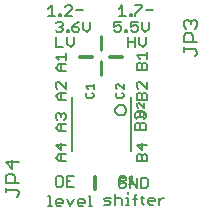
<source format=gbr>
G04 EAGLE Gerber RS-274X export*
G75*
%MOMM*%
%FSLAX34Y34*%
%LPD*%
%INSilkscreen Top*%
%IPPOS*%
%AMOC8*
5,1,8,0,0,1.08239X$1,22.5*%
G01*
%ADD10C,0.127000*%
%ADD11C,0.254000*%
%ADD12C,0.304800*%
%ADD13C,0.152400*%
%ADD14C,0.203200*%


D10*
X29214Y29853D02*
X26248Y29853D01*
X24765Y28370D01*
X24765Y22438D01*
X26248Y20955D01*
X29214Y20955D01*
X30697Y22438D01*
X30697Y28370D01*
X29214Y29853D01*
X34120Y29853D02*
X40052Y29853D01*
X34120Y29853D02*
X34120Y20955D01*
X40052Y20955D01*
X37086Y25404D02*
X34120Y25404D01*
X33655Y42545D02*
X27723Y42545D01*
X24757Y45511D01*
X27723Y48477D01*
X33655Y48477D01*
X29206Y48477D02*
X29206Y42545D01*
X33655Y56349D02*
X24757Y56349D01*
X29206Y51900D01*
X29206Y57832D01*
X27723Y67945D02*
X33655Y67945D01*
X27723Y67945D02*
X24757Y70911D01*
X27723Y73877D01*
X33655Y73877D01*
X29206Y73877D02*
X29206Y67945D01*
X26240Y77300D02*
X24757Y78783D01*
X24757Y81749D01*
X26240Y83232D01*
X27723Y83232D01*
X29206Y81749D01*
X29206Y80266D01*
X29206Y81749D02*
X30689Y83232D01*
X32172Y83232D01*
X33655Y81749D01*
X33655Y78783D01*
X32172Y77300D01*
X33655Y94615D02*
X27723Y94615D01*
X24757Y97581D01*
X27723Y100547D01*
X33655Y100547D01*
X29206Y100547D02*
X29206Y94615D01*
X33655Y103970D02*
X33655Y109902D01*
X33655Y103970D02*
X27723Y109902D01*
X26240Y109902D01*
X24757Y108419D01*
X24757Y105453D01*
X26240Y103970D01*
X27723Y118745D02*
X33655Y118745D01*
X27723Y118745D02*
X24757Y121711D01*
X27723Y124677D01*
X33655Y124677D01*
X29206Y124677D02*
X29206Y118745D01*
X27723Y128100D02*
X24757Y131066D01*
X33655Y131066D01*
X33655Y128100D02*
X33655Y134032D01*
X25105Y139065D02*
X25105Y147963D01*
X25105Y139065D02*
X31036Y139065D01*
X34460Y142031D02*
X34460Y147963D01*
X34460Y142031D02*
X37426Y139065D01*
X40392Y142031D01*
X40392Y147963D01*
X86065Y147963D02*
X86065Y139065D01*
X86065Y143514D02*
X91996Y143514D01*
X91996Y147963D02*
X91996Y139065D01*
X95420Y142031D02*
X95420Y147963D01*
X95420Y142031D02*
X98386Y139065D01*
X101352Y142031D01*
X101352Y147963D01*
X102235Y120015D02*
X93337Y120015D01*
X93337Y124464D01*
X94820Y125947D01*
X96303Y125947D01*
X97786Y124464D01*
X99269Y125947D01*
X100752Y125947D01*
X102235Y124464D01*
X102235Y120015D01*
X97786Y120015D02*
X97786Y124464D01*
X96303Y129370D02*
X93337Y132336D01*
X102235Y132336D01*
X102235Y129370D02*
X102235Y135302D01*
X102235Y94615D02*
X93337Y94615D01*
X93337Y99064D01*
X94820Y100547D01*
X96303Y100547D01*
X97786Y99064D01*
X99269Y100547D01*
X100752Y100547D01*
X102235Y99064D01*
X102235Y94615D01*
X97786Y94615D02*
X97786Y99064D01*
X102235Y103970D02*
X102235Y109902D01*
X102235Y103970D02*
X96303Y109902D01*
X94820Y109902D01*
X93337Y108419D01*
X93337Y105453D01*
X94820Y103970D01*
X92067Y69215D02*
X100965Y69215D01*
X92067Y69215D02*
X92067Y73664D01*
X93550Y75147D01*
X95033Y75147D01*
X96516Y73664D01*
X97999Y75147D01*
X99482Y75147D01*
X100965Y73664D01*
X100965Y69215D01*
X96516Y69215D02*
X96516Y73664D01*
X93550Y78570D02*
X92067Y80053D01*
X92067Y83019D01*
X93550Y84502D01*
X95033Y84502D01*
X96516Y83019D01*
X96516Y81536D01*
X96516Y83019D02*
X97999Y84502D01*
X99482Y84502D01*
X100965Y83019D01*
X100965Y80053D01*
X99482Y78570D01*
X102235Y42545D02*
X93337Y42545D01*
X93337Y46994D01*
X94820Y48477D01*
X96303Y48477D01*
X97786Y46994D01*
X99269Y48477D01*
X100752Y48477D01*
X102235Y46994D01*
X102235Y42545D01*
X97786Y42545D02*
X97786Y46994D01*
X102235Y56349D02*
X93337Y56349D01*
X97786Y51900D01*
X97786Y57832D01*
X82428Y28583D02*
X83911Y27100D01*
X82428Y28583D02*
X79462Y28583D01*
X77979Y27100D01*
X77979Y21168D01*
X79462Y19685D01*
X82428Y19685D01*
X83911Y21168D01*
X83911Y24134D01*
X80945Y24134D01*
X87335Y19685D02*
X87335Y28583D01*
X93266Y19685D01*
X93266Y28583D01*
X96690Y28583D02*
X96690Y19685D01*
X101139Y19685D01*
X102622Y21168D01*
X102622Y27100D01*
X101139Y28583D01*
X96690Y28583D01*
X18415Y171667D02*
X21381Y174633D01*
X21381Y165735D01*
X18415Y165735D02*
X24347Y165735D01*
X27770Y165735D02*
X27770Y167218D01*
X29253Y167218D01*
X29253Y165735D01*
X27770Y165735D01*
X32448Y165735D02*
X38380Y165735D01*
X32448Y165735D02*
X38380Y171667D01*
X38380Y173150D01*
X36897Y174633D01*
X33931Y174633D01*
X32448Y173150D01*
X41803Y170184D02*
X47735Y170184D01*
X78105Y171667D02*
X81071Y174633D01*
X81071Y165735D01*
X78105Y165735D02*
X84037Y165735D01*
X87460Y165735D02*
X87460Y167218D01*
X88943Y167218D01*
X88943Y165735D01*
X87460Y165735D01*
X92138Y174633D02*
X98070Y174633D01*
X98070Y173150D01*
X92138Y167218D01*
X92138Y165735D01*
X101493Y170184D02*
X107425Y170184D01*
X26248Y160663D02*
X24765Y159180D01*
X26248Y160663D02*
X29214Y160663D01*
X30697Y159180D01*
X30697Y157697D01*
X29214Y156214D01*
X27731Y156214D01*
X29214Y156214D02*
X30697Y154731D01*
X30697Y153248D01*
X29214Y151765D01*
X26248Y151765D01*
X24765Y153248D01*
X34120Y153248D02*
X34120Y151765D01*
X34120Y153248D02*
X35603Y153248D01*
X35603Y151765D01*
X34120Y151765D01*
X41764Y159180D02*
X44730Y160663D01*
X41764Y159180D02*
X38798Y156214D01*
X38798Y153248D01*
X40281Y151765D01*
X43247Y151765D01*
X44730Y153248D01*
X44730Y154731D01*
X43247Y156214D01*
X38798Y156214D01*
X48153Y154731D02*
X48153Y160663D01*
X48153Y154731D02*
X51119Y151765D01*
X54085Y154731D01*
X54085Y160663D01*
X74295Y160663D02*
X80227Y160663D01*
X74295Y160663D02*
X74295Y156214D01*
X77261Y157697D01*
X78744Y157697D01*
X80227Y156214D01*
X80227Y153248D01*
X78744Y151765D01*
X75778Y151765D01*
X74295Y153248D01*
X83650Y153248D02*
X83650Y151765D01*
X83650Y153248D02*
X85133Y153248D01*
X85133Y151765D01*
X83650Y151765D01*
X88328Y160663D02*
X94260Y160663D01*
X88328Y160663D02*
X88328Y156214D01*
X91294Y157697D01*
X92777Y157697D01*
X94260Y156214D01*
X94260Y153248D01*
X92777Y151765D01*
X89811Y151765D01*
X88328Y153248D01*
X97683Y154731D02*
X97683Y160663D01*
X97683Y154731D02*
X100649Y151765D01*
X103615Y154731D01*
X103615Y160663D01*
D11*
X63500Y148590D02*
X63500Y137080D01*
X63500Y127080D02*
X63500Y115570D01*
D10*
X19898Y13343D02*
X18415Y13343D01*
X19898Y13343D02*
X19898Y4445D01*
X18415Y4445D02*
X21381Y4445D01*
X26135Y4445D02*
X29101Y4445D01*
X26135Y4445D02*
X24652Y5928D01*
X24652Y8894D01*
X26135Y10377D01*
X29101Y10377D01*
X30584Y8894D01*
X30584Y7411D01*
X24652Y7411D01*
X34007Y10377D02*
X36973Y4445D01*
X39939Y10377D01*
X44845Y4445D02*
X47811Y4445D01*
X44845Y4445D02*
X43362Y5928D01*
X43362Y8894D01*
X44845Y10377D01*
X47811Y10377D01*
X49294Y8894D01*
X49294Y7411D01*
X43362Y7411D01*
X52717Y13343D02*
X54200Y13343D01*
X54200Y4445D01*
X52717Y4445D02*
X55683Y4445D01*
X65405Y5715D02*
X69854Y5715D01*
X71337Y7198D01*
X69854Y8681D01*
X66888Y8681D01*
X65405Y10164D01*
X66888Y11647D01*
X71337Y11647D01*
X74760Y14613D02*
X74760Y5715D01*
X74760Y10164D02*
X76243Y11647D01*
X79209Y11647D01*
X80692Y10164D01*
X80692Y5715D01*
X84115Y11647D02*
X85598Y11647D01*
X85598Y5715D01*
X84115Y5715D02*
X87081Y5715D01*
X85598Y14613D02*
X85598Y16096D01*
X91835Y13130D02*
X91835Y5715D01*
X91835Y13130D02*
X93318Y14613D01*
X93318Y10164D02*
X90352Y10164D01*
X98072Y13130D02*
X98072Y7198D01*
X99555Y5715D01*
X99555Y11647D02*
X96589Y11647D01*
X104309Y5715D02*
X107275Y5715D01*
X104309Y5715D02*
X102826Y7198D01*
X102826Y10164D01*
X104309Y11647D01*
X107275Y11647D01*
X108757Y10164D01*
X108757Y8681D01*
X102826Y8681D01*
X112181Y5715D02*
X112181Y11647D01*
X112181Y8681D02*
X115147Y11647D01*
X116630Y11647D01*
D12*
X55880Y130810D02*
X45720Y130810D01*
D13*
X51388Y100690D02*
X50286Y99589D01*
X50286Y97385D01*
X51388Y96284D01*
X55794Y96284D01*
X56896Y97385D01*
X56896Y99589D01*
X55794Y100690D01*
X52490Y103768D02*
X50286Y105971D01*
X56896Y105971D01*
X56896Y103768D02*
X56896Y108174D01*
D12*
X71120Y130810D02*
X81280Y130810D01*
D13*
X76788Y100690D02*
X75686Y99589D01*
X75686Y97385D01*
X76788Y96284D01*
X81194Y96284D01*
X82296Y97385D01*
X82296Y99589D01*
X81194Y100690D01*
X82296Y103768D02*
X82296Y108174D01*
X82296Y103768D02*
X77890Y108174D01*
X76788Y108174D01*
X75686Y107073D01*
X75686Y104869D01*
X76788Y103768D01*
D12*
X58420Y29210D02*
X58420Y19050D01*
D13*
X79502Y23622D02*
X79502Y30232D01*
X82807Y30232D01*
X83908Y29130D01*
X83908Y26927D01*
X82807Y25825D01*
X79502Y25825D01*
X81705Y25825D02*
X83908Y23622D01*
X86986Y28028D02*
X89189Y30232D01*
X89189Y23622D01*
X86986Y23622D02*
X91393Y23622D01*
D14*
X38354Y50832D02*
X38354Y96488D01*
X88646Y96488D02*
X88646Y50832D01*
X75184Y85852D02*
X75186Y85987D01*
X75192Y86122D01*
X75202Y86256D01*
X75216Y86390D01*
X75234Y86524D01*
X75255Y86657D01*
X75281Y86789D01*
X75311Y86921D01*
X75344Y87052D01*
X75381Y87181D01*
X75423Y87310D01*
X75467Y87437D01*
X75516Y87563D01*
X75568Y87687D01*
X75624Y87810D01*
X75684Y87931D01*
X75747Y88050D01*
X75813Y88167D01*
X75883Y88282D01*
X75957Y88396D01*
X76034Y88507D01*
X76113Y88615D01*
X76197Y88721D01*
X76283Y88825D01*
X76372Y88926D01*
X76464Y89025D01*
X76559Y89120D01*
X76657Y89213D01*
X76757Y89303D01*
X76860Y89390D01*
X76966Y89474D01*
X77074Y89555D01*
X77184Y89632D01*
X77297Y89706D01*
X77412Y89777D01*
X77529Y89845D01*
X77647Y89909D01*
X77768Y89969D01*
X77890Y90026D01*
X78014Y90079D01*
X78140Y90129D01*
X78266Y90175D01*
X78395Y90217D01*
X78524Y90255D01*
X78654Y90289D01*
X78786Y90320D01*
X78918Y90347D01*
X79051Y90369D01*
X79184Y90388D01*
X79318Y90403D01*
X79453Y90414D01*
X79587Y90421D01*
X79722Y90424D01*
X79857Y90423D01*
X79992Y90418D01*
X80126Y90409D01*
X80261Y90396D01*
X80395Y90379D01*
X80528Y90358D01*
X80660Y90334D01*
X80792Y90305D01*
X80923Y90273D01*
X81053Y90236D01*
X81182Y90196D01*
X81309Y90152D01*
X81435Y90104D01*
X81560Y90053D01*
X81683Y89998D01*
X81805Y89939D01*
X81924Y89877D01*
X82042Y89811D01*
X82158Y89742D01*
X82271Y89670D01*
X82383Y89594D01*
X82492Y89515D01*
X82599Y89433D01*
X82703Y89347D01*
X82805Y89259D01*
X82904Y89167D01*
X83001Y89073D01*
X83094Y88976D01*
X83185Y88876D01*
X83273Y88774D01*
X83357Y88669D01*
X83439Y88561D01*
X83517Y88451D01*
X83592Y88339D01*
X83664Y88225D01*
X83732Y88109D01*
X83797Y87990D01*
X83858Y87870D01*
X83916Y87748D01*
X83970Y87625D01*
X84021Y87500D01*
X84067Y87373D01*
X84110Y87246D01*
X84150Y87117D01*
X84185Y86986D01*
X84217Y86855D01*
X84244Y86723D01*
X84268Y86591D01*
X84288Y86457D01*
X84304Y86323D01*
X84316Y86189D01*
X84324Y86054D01*
X84328Y85919D01*
X84328Y85785D01*
X84324Y85650D01*
X84316Y85515D01*
X84304Y85381D01*
X84288Y85247D01*
X84268Y85113D01*
X84244Y84981D01*
X84217Y84849D01*
X84185Y84718D01*
X84150Y84587D01*
X84110Y84458D01*
X84067Y84331D01*
X84021Y84204D01*
X83970Y84079D01*
X83916Y83956D01*
X83858Y83834D01*
X83797Y83714D01*
X83732Y83595D01*
X83664Y83479D01*
X83592Y83365D01*
X83517Y83253D01*
X83439Y83143D01*
X83357Y83035D01*
X83273Y82930D01*
X83185Y82828D01*
X83094Y82728D01*
X83001Y82631D01*
X82904Y82537D01*
X82805Y82445D01*
X82703Y82357D01*
X82599Y82271D01*
X82492Y82189D01*
X82383Y82110D01*
X82271Y82034D01*
X82158Y81962D01*
X82042Y81893D01*
X81924Y81827D01*
X81805Y81765D01*
X81683Y81706D01*
X81560Y81651D01*
X81435Y81600D01*
X81309Y81552D01*
X81182Y81508D01*
X81053Y81468D01*
X80923Y81431D01*
X80792Y81399D01*
X80660Y81370D01*
X80528Y81346D01*
X80395Y81325D01*
X80261Y81308D01*
X80126Y81295D01*
X79992Y81286D01*
X79857Y81281D01*
X79722Y81280D01*
X79587Y81283D01*
X79453Y81290D01*
X79318Y81301D01*
X79184Y81316D01*
X79051Y81335D01*
X78918Y81357D01*
X78786Y81384D01*
X78654Y81415D01*
X78524Y81449D01*
X78395Y81487D01*
X78266Y81529D01*
X78140Y81575D01*
X78014Y81625D01*
X77890Y81678D01*
X77768Y81735D01*
X77647Y81795D01*
X77529Y81859D01*
X77412Y81927D01*
X77297Y81998D01*
X77184Y82072D01*
X77074Y82149D01*
X76966Y82230D01*
X76860Y82314D01*
X76757Y82401D01*
X76657Y82491D01*
X76559Y82584D01*
X76464Y82679D01*
X76372Y82778D01*
X76283Y82879D01*
X76197Y82983D01*
X76113Y83089D01*
X76034Y83197D01*
X75957Y83308D01*
X75883Y83422D01*
X75813Y83537D01*
X75747Y83654D01*
X75684Y83773D01*
X75624Y83894D01*
X75568Y84017D01*
X75516Y84141D01*
X75467Y84267D01*
X75423Y84394D01*
X75381Y84523D01*
X75344Y84652D01*
X75311Y84783D01*
X75281Y84915D01*
X75255Y85047D01*
X75234Y85180D01*
X75216Y85314D01*
X75202Y85448D01*
X75192Y85582D01*
X75186Y85717D01*
X75184Y85852D01*
D13*
X93212Y80282D02*
X98720Y80282D01*
X99822Y81383D01*
X99822Y83587D01*
X98720Y84688D01*
X93212Y84688D01*
X99822Y87766D02*
X99822Y92172D01*
X99822Y87766D02*
X95416Y92172D01*
X94314Y92172D01*
X93212Y91071D01*
X93212Y88867D01*
X94314Y87766D01*
D10*
X142746Y131415D02*
X144653Y133322D01*
X144653Y135228D01*
X142746Y137135D01*
X133213Y137135D01*
X133213Y135228D02*
X133213Y139042D01*
X133213Y143109D02*
X144653Y143109D01*
X133213Y143109D02*
X133213Y148829D01*
X135120Y150736D01*
X138933Y150736D01*
X140840Y148829D01*
X140840Y143109D01*
X135120Y154803D02*
X133213Y156710D01*
X133213Y160523D01*
X135120Y162429D01*
X137027Y162429D01*
X138933Y160523D01*
X138933Y158616D01*
X138933Y160523D02*
X140840Y162429D01*
X142746Y162429D01*
X144653Y160523D01*
X144653Y156710D01*
X142746Y154803D01*
X-6223Y14480D02*
X-8130Y12573D01*
X-6223Y14480D02*
X-6223Y16386D01*
X-8130Y18293D01*
X-17663Y18293D01*
X-17663Y16386D02*
X-17663Y20200D01*
X-17663Y24267D02*
X-6223Y24267D01*
X-17663Y24267D02*
X-17663Y29987D01*
X-15756Y31893D01*
X-11943Y31893D01*
X-10036Y29987D01*
X-10036Y24267D01*
X-6223Y41681D02*
X-17663Y41681D01*
X-11943Y35961D01*
X-11943Y43587D01*
M02*

</source>
